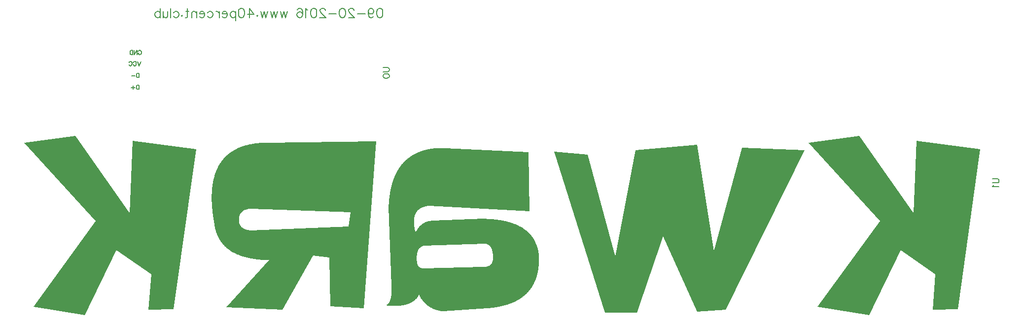
<source format=gbo>
G04 ---------------------------- Layer name :BOTTOM SILK LAYER*
G04 easyEDA 0.1*
G04 Scale: 100 percent, Rotated: No, Reflected: No *
G04 Dimensions in inches *
G04 leading zeros omitted , absolute positions ,2 integer and 4 * 
%FSLAX24Y24*%
%MOIN*%
G90*
G70D02*

%ADD11C,0.008000*%
%ADD12C,0.007000*%

%LPD*%
%LNVIA PAD TRACK COPPERAREA*%

%LPD*%
%LNFill Path*%
G36*
G01X54954Y31683D02*
G01X54954Y31683D01*
G01X58441Y31109D01*
G01X60583Y35519D01*
G01X62921Y33880D01*
G01X62737Y31472D01*
G01X64446Y31528D01*
G01X65958Y42365D01*
G01X61659Y42924D01*
G01X61466Y38010D01*
G01X57796Y43260D01*
G01X54354Y42798D01*
G01X59170Y37491D01*
G01X54954Y31683D01*
G37*
G36*
G01X37159Y42183D02*
G01X37159Y42183D01*
G01X40575Y31289D01*
G01X42745Y31289D01*
G01X44509Y36457D01*
G01X46819Y31346D01*
G01X48766Y31472D01*
G01X54071Y42295D01*
G01X49857Y42448D01*
G01X47954Y35448D01*
G01X46804Y42659D01*
G01X42661Y42280D01*
G01X41289Y35098D01*
G01X39427Y41972D01*
G01X37159Y42183D01*
G37*
G36*
G01X27779Y36722D02*
G01X27779Y36722D01*
G01X27779Y36722D01*
G01X27765Y36774D01*
G01X27752Y36827D01*
G01X27741Y36878D01*
G01X27730Y36929D01*
G01X27720Y36979D01*
G01X27711Y37028D01*
G01X27703Y37076D01*
G01X27695Y37123D01*
G01X27689Y37170D01*
G01X27684Y37216D01*
G01X27679Y37261D01*
G01X27675Y37305D01*
G01X27673Y37349D01*
G01X27671Y37392D01*
G01X27670Y37434D01*
G01X27670Y37475D01*
G01X27671Y37515D01*
G01X27673Y37555D01*
G01X27675Y37594D01*
G01X27679Y37632D01*
G01X27683Y37669D01*
G01X27689Y37706D01*
G01X27695Y37741D01*
G01X27702Y37776D01*
G01X27710Y37810D01*
G01X27719Y37844D01*
G01X27729Y37876D01*
G01X27740Y37908D01*
G01X27752Y37939D01*
G01X27765Y37969D01*
G01X27778Y37998D01*
G01X27793Y38027D01*
G01X27808Y38055D01*
G01X27824Y38082D01*
G01X27841Y38108D01*
G01X27859Y38134D01*
G01X27878Y38158D01*
G01X27898Y38182D01*
G01X27919Y38205D01*
G01X27940Y38228D01*
G01X27963Y38249D01*
G01X27986Y38270D01*
G01X28011Y38290D01*
G01X28036Y38309D01*
G01X28062Y38327D01*
G01X28089Y38345D01*
G01X28117Y38362D01*
G01X28146Y38378D01*
G01X28176Y38393D01*
G01X28206Y38408D01*
G01X28238Y38421D01*
G01X28270Y38434D01*
G01X28304Y38446D01*
G01X28338Y38458D01*
G01X28373Y38468D01*
G01X28409Y38478D01*
G01X28446Y38487D01*
G01X28484Y38495D01*
G01X28523Y38502D01*
G01X28563Y38509D01*
G01X28603Y38515D01*
G01X28645Y38520D01*
G01X28687Y38524D01*
G01X28731Y38528D01*
G01X35493Y38151D01*
G01X35423Y42140D01*
G01X29808Y42434D01*
G01X29808Y42434D01*
G01X29761Y42435D01*
G01X29714Y42436D01*
G01X29668Y42437D01*
G01X29621Y42437D01*
G01X29575Y42437D01*
G01X29529Y42437D01*
G01X29484Y42436D01*
G01X29439Y42435D01*
G01X29394Y42434D01*
G01X29349Y42432D01*
G01X29305Y42430D01*
G01X29261Y42428D01*
G01X29217Y42425D01*
G01X29174Y42422D01*
G01X29130Y42419D01*
G01X29088Y42415D01*
G01X29045Y42411D01*
G01X29003Y42406D01*
G01X28961Y42401D01*
G01X28919Y42396D01*
G01X28878Y42391D01*
G01X28836Y42385D01*
G01X28796Y42378D01*
G01X28755Y42372D01*
G01X28715Y42365D01*
G01X28675Y42358D01*
G01X28635Y42350D01*
G01X28596Y42342D01*
G01X28557Y42334D01*
G01X28518Y42325D01*
G01X28479Y42316D01*
G01X28441Y42307D01*
G01X28403Y42297D01*
G01X28366Y42287D01*
G01X28328Y42277D01*
G01X28291Y42266D01*
G01X28255Y42255D01*
G01X28218Y42243D01*
G01X28182Y42231D01*
G01X28146Y42219D01*
G01X28110Y42207D01*
G01X28075Y42194D01*
G01X28040Y42181D01*
G01X28005Y42167D01*
G01X27971Y42153D01*
G01X27937Y42139D01*
G01X27903Y42124D01*
G01X27869Y42110D01*
G01X27836Y42094D01*
G01X27803Y42079D01*
G01X27770Y42063D01*
G01X27738Y42046D01*
G01X27706Y42030D01*
G01X27674Y42013D01*
G01X27643Y41995D01*
G01X27611Y41977D01*
G01X27580Y41959D01*
G01X27550Y41941D01*
G01X27519Y41922D01*
G01X27489Y41903D01*
G01X27460Y41884D01*
G01X27430Y41864D01*
G01X27401Y41844D01*
G01X27372Y41823D01*
G01X27343Y41802D01*
G01X27315Y41781D01*
G01X27287Y41759D01*
G01X27259Y41738D01*
G01X27232Y41715D01*
G01X27205Y41693D01*
G01X27178Y41670D01*
G01X27151Y41646D01*
G01X27125Y41623D01*
G01X27099Y41599D01*
G01X27073Y41574D01*
G01X27048Y41550D01*
G01X27023Y41525D01*
G01X26998Y41499D01*
G01X26973Y41474D01*
G01X26949Y41447D01*
G01X26925Y41421D01*
G01X26902Y41394D01*
G01X26878Y41367D01*
G01X26855Y41340D01*
G01X26832Y41312D01*
G01X26810Y41284D01*
G01X26788Y41255D01*
G01X26766Y41226D01*
G01X26744Y41197D01*
G01X26723Y41167D01*
G01X26702Y41137D01*
G01X26681Y41107D01*
G01X26661Y41076D01*
G01X26640Y41046D01*
G01X26621Y41014D01*
G01X26601Y40983D01*
G01X26582Y40950D01*
G01X26563Y40918D01*
G01X26544Y40885D01*
G01X26525Y40852D01*
G01X26507Y40819D01*
G01X26490Y40785D01*
G01X26472Y40751D01*
G01X26455Y40717D01*
G01X26438Y40682D01*
G01X26421Y40647D01*
G01X26405Y40611D01*
G01X26389Y40575D01*
G01X26373Y40539D01*
G01X26357Y40503D01*
G01X26342Y40466D01*
G01X26327Y40428D01*
G01X26313Y40391D01*
G01X26298Y40353D01*
G01X26284Y40315D01*
G01X26270Y40276D01*
G01X26257Y40237D01*
G01X26244Y40198D01*
G01X26231Y40158D01*
G01X26218Y40118D01*
G01X26206Y40077D01*
G01X26194Y40037D01*
G01X26182Y39996D01*
G01X26171Y39954D01*
G01X26160Y39912D01*
G01X26149Y39870D01*
G01X26138Y39828D01*
G01X26128Y39785D01*
G01X26118Y39742D01*
G01X26108Y39698D01*
G01X26099Y39654D01*
G01X26090Y39610D01*
G01X26081Y39566D01*
G01X26072Y39521D01*
G01X26064Y39476D01*
G01X26056Y39430D01*
G01X26049Y39384D01*
G01X26041Y39338D01*
G01X26034Y39291D01*
G01X26027Y39244D01*
G01X26021Y39197D01*
G01X26015Y39149D01*
G01X26009Y39101D01*
G01X26003Y39052D01*
G01X25998Y39004D01*
G01X25993Y38955D01*
G01X25988Y38905D01*
G01X25984Y38855D01*
G01X25979Y38805D01*
G01X25976Y38755D01*
G01X25972Y38704D01*
G01X25969Y38653D01*
G01X25966Y38601D01*
G01X25963Y38549D01*
G01X25961Y38497D01*
G01X25958Y38445D01*
G01X26141Y33138D01*
G01X26141Y33138D01*
G01X26146Y33072D01*
G01X26150Y33007D01*
G01X26153Y32945D01*
G01X26155Y32883D01*
G01X26157Y32824D01*
G01X26157Y32766D01*
G01X26156Y32710D01*
G01X26154Y32655D01*
G01X26151Y32601D01*
G01X26147Y32550D01*
G01X26142Y32500D01*
G01X26136Y32451D01*
G01X26129Y32404D01*
G01X26122Y32359D01*
G01X26113Y32315D01*
G01X26103Y32272D01*
G01X26092Y32232D01*
G01X26079Y32193D01*
G01X26066Y32155D01*
G01X26052Y32119D01*
G01X26037Y32085D01*
G01X26021Y32052D01*
G01X26004Y32021D01*
G01X25986Y31991D01*
G01X25967Y31963D01*
G01X25947Y31936D01*
G01X25925Y31911D01*
G01X25903Y31888D01*
G01X25880Y31866D01*
G01X25856Y31846D01*
G01X25830Y31827D01*
G01X25804Y31810D01*
G01X25777Y31794D01*
G01X25749Y31780D01*
G01X25749Y31780D01*
G01X25811Y31773D01*
G01X25872Y31767D01*
G01X25932Y31761D01*
G01X25992Y31756D01*
G01X26051Y31752D01*
G01X26109Y31749D01*
G01X26167Y31746D01*
G01X26223Y31744D01*
G01X26279Y31743D01*
G01X26334Y31742D01*
G01X26388Y31742D01*
G01X26442Y31743D01*
G01X26495Y31745D01*
G01X26547Y31747D01*
G01X26598Y31750D01*
G01X26648Y31754D01*
G01X26697Y31759D01*
G01X26746Y31764D01*
G01X26794Y31770D01*
G01X26841Y31777D01*
G01X26888Y31784D01*
G01X26933Y31793D01*
G01X26978Y31802D01*
G01X27022Y31811D01*
G01X27065Y31822D01*
G01X27108Y31833D01*
G01X27150Y31845D01*
G01X27191Y31858D01*
G01X27231Y31871D01*
G01X27270Y31885D01*
G01X27308Y31900D01*
G01X27346Y31915D01*
G01X27383Y31932D01*
G01X27419Y31949D01*
G01X27455Y31966D01*
G01X27489Y31985D01*
G01X27523Y32004D01*
G01X27556Y32024D01*
G01X27588Y32045D01*
G01X27620Y32066D01*
G01X27651Y32088D01*
G01X27681Y32111D01*
G01X27710Y32135D01*
G01X27738Y32159D01*
G01X27765Y32184D01*
G01X27792Y32210D01*
G01X27818Y32237D01*
G01X27843Y32264D01*
G01X27868Y32292D01*
G01X27891Y32321D01*
G01X27914Y32350D01*
G01X27936Y32380D01*
G01X27957Y32411D01*
G01X27978Y32443D01*
G01X27998Y32475D01*
G01X28017Y32509D01*
G01X28017Y32509D01*
G01X28038Y32465D01*
G01X28060Y32422D01*
G01X28083Y32381D01*
G01X28107Y32340D01*
G01X28131Y32300D01*
G01X28156Y32260D01*
G01X28182Y32222D01*
G01X28208Y32184D01*
G01X28234Y32147D01*
G01X28262Y32112D01*
G01X28290Y32076D01*
G01X28319Y32042D01*
G01X28348Y32009D01*
G01X28378Y31976D01*
G01X28409Y31944D01*
G01X28440Y31913D01*
G01X28472Y31883D01*
G01X28505Y31854D01*
G01X28538Y31826D01*
G01X28572Y31798D01*
G01X28607Y31771D01*
G01X28642Y31745D01*
G01X28678Y31720D01*
G01X28715Y31696D01*
G01X28752Y31673D01*
G01X28790Y31650D01*
G01X28828Y31628D01*
G01X28867Y31607D01*
G01X28907Y31587D01*
G01X28947Y31568D01*
G01X28988Y31550D01*
G01X29030Y31532D01*
G01X29073Y31515D01*
G01X29116Y31499D01*
G01X29159Y31484D01*
G01X29204Y31470D01*
G01X29249Y31457D01*
G01X29294Y31444D01*
G01X29340Y31432D01*
G01X29387Y31421D01*
G01X29435Y31411D01*
G01X29483Y31402D01*
G01X29532Y31394D01*
G01X29582Y31386D01*
G01X29632Y31379D01*
G01X29683Y31374D01*
G01X32623Y31584D01*
G01X32623Y31584D01*
G01X32675Y31588D01*
G01X32726Y31593D01*
G01X32778Y31598D01*
G01X32829Y31603D01*
G01X32879Y31609D01*
G01X32930Y31615D01*
G01X32979Y31621D01*
G01X33029Y31628D01*
G01X33078Y31634D01*
G01X33126Y31642D01*
G01X33175Y31649D01*
G01X33223Y31657D01*
G01X33270Y31665D01*
G01X33317Y31674D01*
G01X33364Y31682D01*
G01X33410Y31691D01*
G01X33456Y31701D01*
G01X33501Y31710D01*
G01X33547Y31720D01*
G01X33591Y31731D01*
G01X33636Y31741D01*
G01X33680Y31752D01*
G01X33723Y31763D01*
G01X33766Y31775D01*
G01X33809Y31787D01*
G01X33851Y31799D01*
G01X33893Y31811D01*
G01X33935Y31824D01*
G01X33976Y31837D01*
G01X34017Y31851D01*
G01X34057Y31864D01*
G01X34097Y31878D01*
G01X34137Y31893D01*
G01X34176Y31907D01*
G01X34215Y31922D01*
G01X34254Y31937D01*
G01X34292Y31953D01*
G01X34329Y31969D01*
G01X34367Y31985D01*
G01X34404Y32001D01*
G01X34440Y32018D01*
G01X34476Y32035D01*
G01X34512Y32053D01*
G01X34547Y32070D01*
G01X34582Y32088D01*
G01X34617Y32107D01*
G01X34651Y32125D01*
G01X34685Y32144D01*
G01X34718Y32163D01*
G01X34751Y32183D01*
G01X34784Y32203D01*
G01X34816Y32223D01*
G01X34848Y32243D01*
G01X34879Y32264D01*
G01X34910Y32285D01*
G01X34941Y32307D01*
G01X34971Y32328D01*
G01X35001Y32350D01*
G01X35030Y32373D01*
G01X35059Y32395D01*
G01X35088Y32418D01*
G01X35116Y32442D01*
G01X35144Y32465D01*
G01X35172Y32489D01*
G01X35199Y32513D01*
G01X35226Y32538D01*
G01X35252Y32562D01*
G01X35278Y32588D01*
G01X35304Y32613D01*
G01X35329Y32639D01*
G01X35353Y32665D01*
G01X35378Y32691D01*
G01X35402Y32718D01*
G01X35425Y32745D01*
G01X35449Y32772D01*
G01X35471Y32800D01*
G01X35494Y32827D01*
G01X35516Y32856D01*
G01X35538Y32884D01*
G01X35559Y32913D01*
G01X35580Y32942D01*
G01X35600Y32971D01*
G01X35620Y33001D01*
G01X35640Y33031D01*
G01X35659Y33062D01*
G01X35678Y33092D01*
G01X35697Y33123D01*
G01X35715Y33154D01*
G01X35733Y33186D01*
G01X35750Y33218D01*
G01X35767Y33250D01*
G01X35783Y33283D01*
G01X35800Y33315D01*
G01X35815Y33349D01*
G01X35831Y33382D01*
G01X35846Y33416D01*
G01X35860Y33450D01*
G01X35875Y33484D01*
G01X35888Y33519D01*
G01X35902Y33554D01*
G01X35915Y33589D01*
G01X35928Y33625D01*
G01X35940Y33661D01*
G01X35952Y33697D01*
G01X35963Y33733D01*
G01X35974Y33770D01*
G01X35985Y33807D01*
G01X35995Y33845D01*
G01X36005Y33882D01*
G01X36015Y33921D01*
G01X36024Y33959D01*
G01X36033Y33998D01*
G01X36041Y34037D01*
G01X36049Y34076D01*
G01X36056Y34115D01*
G01X36064Y34155D01*
G01X36070Y34196D01*
G01X36077Y34236D01*
G01X36083Y34277D01*
G01X36088Y34318D01*
G01X36094Y34360D01*
G01X36098Y34401D01*
G01X36103Y34443D01*
G01X36107Y34486D01*
G01X36111Y34528D01*
G01X36114Y34571D01*
G01X36117Y34615D01*
G01X36119Y34658D01*
G01X36121Y34702D01*
G01X36123Y34747D01*
G01X36124Y34791D01*
G01X36125Y34836D01*
G01X36126Y34881D01*
G01X36126Y34927D01*
G01X36126Y34972D01*
G01X36125Y35018D01*
G01X36124Y35065D01*
G01X36123Y35112D01*
G01X36123Y35112D01*
G01X36119Y35152D01*
G01X36115Y35193D01*
G01X36111Y35233D01*
G01X36107Y35273D01*
G01X36101Y35313D01*
G01X36096Y35352D01*
G01X36090Y35391D01*
G01X36083Y35430D01*
G01X36076Y35468D01*
G01X36069Y35506D01*
G01X36061Y35543D01*
G01X36052Y35581D01*
G01X36043Y35617D01*
G01X36034Y35654D01*
G01X36024Y35690D01*
G01X36014Y35726D01*
G01X36003Y35762D01*
G01X35992Y35797D01*
G01X35980Y35832D01*
G01X35968Y35867D01*
G01X35955Y35901D01*
G01X35942Y35935D01*
G01X35929Y35968D01*
G01X35915Y36002D01*
G01X35900Y36035D01*
G01X35885Y36067D01*
G01X35870Y36099D01*
G01X35854Y36131D01*
G01X35837Y36163D01*
G01X35821Y36194D01*
G01X35803Y36225D01*
G01X35786Y36256D01*
G01X35767Y36286D01*
G01X35749Y36316D01*
G01X35729Y36346D01*
G01X35710Y36375D01*
G01X35690Y36404D01*
G01X35669Y36432D01*
G01X35648Y36461D01*
G01X35626Y36489D01*
G01X35604Y36516D01*
G01X35582Y36543D01*
G01X35559Y36570D01*
G01X35535Y36597D01*
G01X35512Y36623D01*
G01X35487Y36649D01*
G01X35462Y36675D01*
G01X35437Y36700D01*
G01X35411Y36725D01*
G01X35385Y36750D01*
G01X35358Y36774D01*
G01X35331Y36798D01*
G01X35304Y36822D01*
G01X35275Y36845D01*
G01X35247Y36868D01*
G01X35218Y36890D01*
G01X35188Y36913D01*
G01X35158Y36935D01*
G01X35128Y36956D01*
G01X35097Y36978D01*
G01X35066Y36998D01*
G01X35034Y37019D01*
G01X35001Y37039D01*
G01X34969Y37059D01*
G01X34935Y37079D01*
G01X34902Y37098D01*
G01X34867Y37117D01*
G01X34833Y37136D01*
G01X34798Y37154D01*
G01X34762Y37172D01*
G01X34726Y37190D01*
G01X34689Y37207D01*
G01X34652Y37224D01*
G01X34615Y37241D01*
G01X34577Y37257D01*
G01X34539Y37273D01*
G01X34500Y37288D01*
G01X34460Y37304D01*
G01X34421Y37319D01*
G01X34380Y37333D01*
G01X34340Y37348D01*
G01X34298Y37362D01*
G01X34257Y37375D01*
G01X34214Y37388D01*
G01X34172Y37401D01*
G01X34129Y37414D01*
G01X34085Y37426D01*
G01X34041Y37438D01*
G01X33997Y37450D01*
G01X33952Y37461D01*
G01X33906Y37472D01*
G01X33860Y37483D01*
G01X33814Y37493D01*
G01X33767Y37503D01*
G01X33720Y37513D01*
G01X33672Y37522D01*
G01X33624Y37531D01*
G01X33575Y37540D01*
G01X33526Y37548D01*
G01X33476Y37556D01*
G01X33426Y37564D01*
G01X33375Y37571D01*
G01X33324Y37578D01*
G01X33273Y37585D01*
G01X33221Y37591D01*
G01X33168Y37597D01*
G01X33115Y37602D01*
G01X33062Y37608D01*
G01X33008Y37613D01*
G01X32954Y37617D01*
G01X32899Y37622D01*
G01X32844Y37626D01*
G01X32788Y37629D01*
G01X32732Y37633D01*
G01X32675Y37636D01*
G01X32618Y37638D01*
G01X32560Y37641D01*
G01X32502Y37643D01*
G01X32444Y37644D01*
G01X32385Y37646D01*
G01X28955Y37521D01*
G01X28955Y37521D01*
G01X28907Y37518D01*
G01X28861Y37515D01*
G01X28815Y37510D01*
G01X28770Y37503D01*
G01X28725Y37496D01*
G01X28682Y37487D01*
G01X28639Y37477D01*
G01X28597Y37466D01*
G01X28556Y37453D01*
G01X28516Y37439D01*
G01X28476Y37424D01*
G01X28437Y37408D01*
G01X28399Y37390D01*
G01X28362Y37371D01*
G01X28325Y37351D01*
G01X28289Y37329D01*
G01X28255Y37306D01*
G01X28220Y37282D01*
G01X28187Y37257D01*
G01X28154Y37230D01*
G01X28122Y37202D01*
G01X28091Y37173D01*
G01X28061Y37142D01*
G01X28031Y37110D01*
G01X28003Y37077D01*
G01X27975Y37043D01*
G01X27947Y37007D01*
G01X27921Y36970D01*
G01X27895Y36932D01*
G01X27870Y36892D01*
G01X27846Y36852D01*
G01X27823Y36810D01*
G01X27800Y36766D01*
G01X27779Y36722D01*
G37*
G36*
G01X14171Y37324D02*
G01X14171Y37324D01*
G01X14171Y37324D01*
G01X14177Y37282D01*
G01X14183Y37240D01*
G01X14190Y37199D01*
G01X14197Y37158D01*
G01X14205Y37118D01*
G01X14213Y37078D01*
G01X14222Y37038D01*
G01X14231Y36999D01*
G01X14241Y36960D01*
G01X14251Y36921D01*
G01X14262Y36883D01*
G01X14273Y36845D01*
G01X14284Y36808D01*
G01X14296Y36770D01*
G01X14308Y36734D01*
G01X14321Y36697D01*
G01X14334Y36661D01*
G01X14348Y36625D01*
G01X14362Y36590D01*
G01X14377Y36555D01*
G01X14392Y36520D01*
G01X14407Y36486D01*
G01X14423Y36452D01*
G01X14440Y36418D01*
G01X14456Y36385D01*
G01X14474Y36352D01*
G01X14492Y36319D01*
G01X14510Y36287D01*
G01X14528Y36255D01*
G01X14547Y36224D01*
G01X14567Y36192D01*
G01X14587Y36162D01*
G01X14608Y36131D01*
G01X14628Y36101D01*
G01X14650Y36071D01*
G01X14672Y36042D01*
G01X14694Y36013D01*
G01X14717Y35984D01*
G01X14740Y35956D01*
G01X14763Y35928D01*
G01X14788Y35901D01*
G01X14812Y35873D01*
G01X14837Y35846D01*
G01X14862Y35820D01*
G01X14888Y35794D01*
G01X14915Y35768D01*
G01X14942Y35743D01*
G01X14969Y35717D01*
G01X14996Y35693D01*
G01X15025Y35668D01*
G01X15053Y35644D01*
G01X15082Y35621D01*
G01X15112Y35597D01*
G01X15142Y35574D01*
G01X15172Y35552D01*
G01X15203Y35529D01*
G01X15234Y35508D01*
G01X15266Y35486D01*
G01X15298Y35465D01*
G01X15331Y35444D01*
G01X15364Y35424D01*
G01X15398Y35403D01*
G01X15432Y35384D01*
G01X15466Y35364D01*
G01X15501Y35345D01*
G01X15536Y35326D01*
G01X15572Y35308D01*
G01X15608Y35290D01*
G01X15645Y35273D01*
G01X15682Y35255D01*
G01X15720Y35238D01*
G01X15758Y35222D01*
G01X15797Y35206D01*
G01X15836Y35190D01*
G01X15875Y35174D01*
G01X15915Y35159D01*
G01X15955Y35144D01*
G01X15996Y35130D01*
G01X16037Y35116D01*
G01X16079Y35102D01*
G01X16121Y35089D01*
G01X16164Y35076D01*
G01X16207Y35063D01*
G01X16250Y35051D01*
G01X16294Y35039D01*
G01X16339Y35027D01*
G01X16383Y35016D01*
G01X16429Y35005D01*
G01X16474Y34995D01*
G01X16521Y34985D01*
G01X16567Y34975D01*
G01X16614Y34965D01*
G01X16662Y34956D01*
G01X16710Y34948D01*
G01X16758Y34939D01*
G01X16807Y34931D01*
G01X16857Y34923D01*
G01X16907Y34916D01*
G01X16957Y34909D01*
G01X17008Y34903D01*
G01X17059Y34896D01*
G01X17110Y34891D01*
G01X17162Y34885D01*
G01X17215Y34880D01*
G01X17268Y34875D01*
G01X17321Y34871D01*
G01X17375Y34866D01*
G01X17430Y34863D01*
G01X17484Y34859D01*
G01X17540Y34856D01*
G01X17595Y34854D01*
G01X17651Y34851D01*
G01X17708Y34849D01*
G01X17765Y34848D01*
G01X17823Y34846D01*
G01X17881Y34846D01*
G01X14969Y31669D01*
G01X18791Y31486D01*
G01X20849Y35140D01*
G01X21941Y35029D01*
G01X22011Y31738D01*
G01X24279Y31584D01*
G01X25119Y42896D01*
G01X17713Y42798D01*
G01X17713Y42798D01*
G01X17667Y42797D01*
G01X17623Y42796D01*
G01X17578Y42795D01*
G01X17534Y42794D01*
G01X17490Y42792D01*
G01X17446Y42790D01*
G01X17403Y42788D01*
G01X17360Y42786D01*
G01X17317Y42783D01*
G01X17274Y42780D01*
G01X17232Y42777D01*
G01X17190Y42773D01*
G01X17148Y42769D01*
G01X17106Y42765D01*
G01X17065Y42761D01*
G01X17024Y42756D01*
G01X16984Y42752D01*
G01X16943Y42746D01*
G01X16903Y42741D01*
G01X16863Y42735D01*
G01X16824Y42729D01*
G01X16784Y42723D01*
G01X16745Y42717D01*
G01X16706Y42710D01*
G01X16668Y42703D01*
G01X16630Y42696D01*
G01X16592Y42688D01*
G01X16554Y42680D01*
G01X16517Y42672D01*
G01X16480Y42664D01*
G01X16443Y42655D01*
G01X16406Y42646D01*
G01X16370Y42637D01*
G01X16334Y42628D01*
G01X16298Y42618D01*
G01X16263Y42608D01*
G01X16228Y42598D01*
G01X16193Y42587D01*
G01X16158Y42576D01*
G01X16124Y42565D01*
G01X16090Y42554D01*
G01X16056Y42542D01*
G01X16022Y42531D01*
G01X15989Y42518D01*
G01X15956Y42506D01*
G01X15923Y42493D01*
G01X15891Y42480D01*
G01X15859Y42467D01*
G01X15827Y42454D01*
G01X15795Y42440D01*
G01X15764Y42426D01*
G01X15733Y42412D01*
G01X15702Y42397D01*
G01X15672Y42382D01*
G01X15641Y42367D01*
G01X15612Y42352D01*
G01X15582Y42336D01*
G01X15552Y42320D01*
G01X15523Y42304D01*
G01X15494Y42288D01*
G01X15466Y42271D01*
G01X15438Y42254D01*
G01X15410Y42237D01*
G01X15382Y42219D01*
G01X15354Y42201D01*
G01X15327Y42183D01*
G01X15300Y42165D01*
G01X15274Y42146D01*
G01X15247Y42127D01*
G01X15221Y42108D01*
G01X15195Y42089D01*
G01X15170Y42069D01*
G01X15144Y42049D01*
G01X15119Y42029D01*
G01X15095Y42009D01*
G01X15070Y41988D01*
G01X15046Y41967D01*
G01X15022Y41945D01*
G01X14999Y41924D01*
G01X14975Y41902D01*
G01X14952Y41880D01*
G01X14929Y41857D01*
G01X14907Y41835D01*
G01X14885Y41812D01*
G01X14863Y41789D01*
G01X14841Y41765D01*
G01X14819Y41742D01*
G01X14798Y41718D01*
G01X14777Y41693D01*
G01X14757Y41669D01*
G01X14737Y41644D01*
G01X14716Y41619D01*
G01X14697Y41593D01*
G01X14677Y41568D01*
G01X14658Y41542D01*
G01X14639Y41516D01*
G01X14620Y41489D01*
G01X14602Y41463D01*
G01X14584Y41436D01*
G01X14566Y41409D01*
G01X14548Y41381D01*
G01X14531Y41353D01*
G01X14514Y41325D01*
G01X14497Y41297D01*
G01X14481Y41268D01*
G01X14465Y41239D01*
G01X14449Y41210D01*
G01X14433Y41181D01*
G01X14418Y41151D01*
G01X14403Y41121D01*
G01X14388Y41091D01*
G01X14373Y41061D01*
G01X14359Y41030D01*
G01X14345Y40999D01*
G01X14331Y40968D01*
G01X14318Y40936D01*
G01X14305Y40904D01*
G01X14292Y40872D01*
G01X14279Y40840D01*
G01X14267Y40807D01*
G01X14255Y40774D01*
G01X14243Y40741D01*
G01X14231Y40708D01*
G01X14220Y40674D01*
G01X14209Y40640D01*
G01X14199Y40606D01*
G01X14188Y40571D01*
G01X14178Y40536D01*
G01X14168Y40501D01*
G01X14158Y40466D01*
G01X14149Y40430D01*
G01X14140Y40395D01*
G01X14131Y40358D01*
G01X14123Y40322D01*
G01X14115Y40285D01*
G01X14107Y40248D01*
G01X14099Y40211D01*
G01X14092Y40174D01*
G01X14085Y40136D01*
G01X14078Y40098D01*
G01X14071Y40060D01*
G01X14065Y40021D01*
G01X14059Y39982D01*
G01X14053Y39943D01*
G01X14048Y39904D01*
G01X14042Y39864D01*
G01X14037Y39824D01*
G01X14033Y39784D01*
G01X14028Y39744D01*
G01X14024Y39703D01*
G01X14021Y39662D01*
G01X14017Y39621D01*
G01X14014Y39579D01*
G01X14011Y39537D01*
G01X14008Y39495D01*
G01X14006Y39453D01*
G01X14003Y39410D01*
G01X14002Y39368D01*
G01X14000Y39324D01*
G01X13999Y39281D01*
G01X13998Y39237D01*
G01X13997Y39193D01*
G01X13996Y39149D01*
G01X13996Y39105D01*
G01X13996Y39060D01*
G01X13996Y39015D01*
G01X13997Y38970D01*
G01X13998Y38924D01*
G01X13999Y38878D01*
G01X14000Y38832D01*
G01X14002Y38786D01*
G01X14004Y38739D01*
G01X14006Y38692D01*
G01X14009Y38645D01*
G01X14011Y38598D01*
G01X14015Y38550D01*
G01X14018Y38502D01*
G01X14021Y38454D01*
G01X14025Y38405D01*
G01X14030Y38356D01*
G01X14034Y38307D01*
G01X14039Y38258D01*
G01X14044Y38208D01*
G01X14049Y38158D01*
G01X14054Y38108D01*
G01X14060Y38058D01*
G01X14066Y38007D01*
G01X14073Y37956D01*
G01X14079Y37905D01*
G01X14086Y37853D01*
G01X14093Y37802D01*
G01X14101Y37750D01*
G01X14109Y37697D01*
G01X14117Y37645D01*
G01X14125Y37592D01*
G01X14134Y37539D01*
G01X14142Y37485D01*
G01X14151Y37432D01*
G01X14161Y37378D01*
G01X14171Y37324D01*
G37*
G36*
G01X1934Y31683D02*
G01X1934Y31683D01*
G01X5421Y31109D01*
G01X7563Y35519D01*
G01X9901Y33880D01*
G01X9719Y31472D01*
G01X11427Y31528D01*
G01X12938Y42365D01*
G01X8641Y42924D01*
G01X8444Y38010D01*
G01X4777Y43260D01*
G01X1332Y42798D01*
G01X6149Y37491D01*
G01X1934Y31683D01*
G37*

%LPC*%
%LNFill Path*%
G36*
G01X32455Y35966D02*
G01X32455Y35966D01*
G01X32455Y35966D01*
G01X32493Y35964D01*
G01X32529Y35959D01*
G01X32565Y35952D01*
G01X32599Y35943D01*
G01X32632Y35931D01*
G01X32663Y35917D01*
G01X32693Y35901D01*
G01X32722Y35882D01*
G01X32750Y35861D01*
G01X32776Y35837D01*
G01X32801Y35811D01*
G01X32824Y35783D01*
G01X32847Y35752D01*
G01X32867Y35719D01*
G01X32887Y35684D01*
G01X32905Y35646D01*
G01X32922Y35606D01*
G01X32938Y35564D01*
G01X32952Y35519D01*
G01X32965Y35472D01*
G01X32976Y35422D01*
G01X32987Y35370D01*
G01X32996Y35316D01*
G01X33003Y35260D01*
G01X33010Y35201D01*
G01X33015Y35140D01*
G01X33015Y35140D01*
G01X33016Y35091D01*
G01X33017Y35043D01*
G01X33015Y34997D01*
G01X33013Y34953D01*
G01X33008Y34911D01*
G01X33002Y34870D01*
G01X32995Y34831D01*
G01X32986Y34793D01*
G01X32975Y34757D01*
G01X32963Y34723D01*
G01X32949Y34691D01*
G01X32934Y34660D01*
G01X32917Y34630D01*
G01X32899Y34603D01*
G01X32879Y34576D01*
G01X32857Y34552D01*
G01X32834Y34529D01*
G01X32809Y34508D01*
G01X32783Y34488D01*
G01X32755Y34471D01*
G01X32726Y34454D01*
G01X32695Y34440D01*
G01X32663Y34427D01*
G01X32629Y34415D01*
G01X32593Y34406D01*
G01X32556Y34398D01*
G01X32517Y34391D01*
G01X32477Y34386D01*
G01X32435Y34383D01*
G01X32392Y34382D01*
G01X32347Y34382D01*
G01X32301Y34384D01*
G01X28339Y34300D01*
G01X28339Y34300D01*
G01X28297Y34297D01*
G01X28258Y34298D01*
G01X28221Y34301D01*
G01X28185Y34308D01*
G01X28152Y34316D01*
G01X28120Y34328D01*
G01X28090Y34342D01*
G01X28062Y34359D01*
G01X28035Y34379D01*
G01X28011Y34401D01*
G01X27988Y34426D01*
G01X27968Y34454D01*
G01X27949Y34485D01*
G01X27932Y34518D01*
G01X27916Y34554D01*
G01X27903Y34592D01*
G01X27891Y34634D01*
G01X27882Y34678D01*
G01X27874Y34725D01*
G01X27868Y34774D01*
G01X27864Y34826D01*
G01X27862Y34881D01*
G01X27861Y34939D01*
G01X27863Y35000D01*
G01X27863Y35000D01*
G01X27863Y35060D01*
G01X27866Y35119D01*
G01X27870Y35175D01*
G01X27876Y35229D01*
G01X27884Y35280D01*
G01X27893Y35330D01*
G01X27904Y35377D01*
G01X27917Y35421D01*
G01X27931Y35464D01*
G01X27948Y35504D01*
G01X27965Y35542D01*
G01X27985Y35578D01*
G01X28006Y35611D01*
G01X28029Y35642D01*
G01X28054Y35670D01*
G01X28080Y35697D01*
G01X28108Y35721D01*
G01X28138Y35743D01*
G01X28170Y35762D01*
G01X28203Y35779D01*
G01X28238Y35794D01*
G01X28274Y35807D01*
G01X28313Y35817D01*
G01X28352Y35826D01*
G01X32455Y35966D01*
G37*
G36*
G01X23397Y38095D02*
G01X23397Y38095D01*
G01X23243Y37128D01*
G01X16649Y36848D01*
G01X16649Y36848D01*
G01X16593Y36855D01*
G01X16539Y36863D01*
G01X16487Y36873D01*
G01X16437Y36884D01*
G01X16389Y36897D01*
G01X16343Y36910D01*
G01X16299Y36925D01*
G01X16257Y36942D01*
G01X16217Y36959D01*
G01X16179Y36978D01*
G01X16143Y36999D01*
G01X16109Y37020D01*
G01X16077Y37043D01*
G01X16047Y37067D01*
G01X16019Y37093D01*
G01X15992Y37120D01*
G01X15968Y37148D01*
G01X15946Y37177D01*
G01X15926Y37208D01*
G01X15908Y37240D01*
G01X15892Y37273D01*
G01X15878Y37308D01*
G01X15866Y37344D01*
G01X15856Y37381D01*
G01X15847Y37420D01*
G01X15841Y37460D01*
G01X15837Y37501D01*
G01X15835Y37544D01*
G01X15835Y37587D01*
G01X15837Y37633D01*
G01X15837Y37633D01*
G01X15840Y37677D01*
G01X15845Y37721D01*
G01X15852Y37763D01*
G01X15861Y37803D01*
G01X15872Y37842D01*
G01X15884Y37879D01*
G01X15897Y37915D01*
G01X15913Y37949D01*
G01X15930Y37982D01*
G01X15949Y38013D01*
G01X15969Y38043D01*
G01X15991Y38071D01*
G01X16015Y38098D01*
G01X16040Y38123D01*
G01X16068Y38146D01*
G01X16096Y38168D01*
G01X16127Y38189D01*
G01X16159Y38208D01*
G01X16193Y38225D01*
G01X16229Y38241D01*
G01X16266Y38256D01*
G01X16305Y38269D01*
G01X16345Y38280D01*
G01X16388Y38290D01*
G01X16432Y38298D01*
G01X16477Y38305D01*
G01X16524Y38311D01*
G01X16573Y38314D01*
G01X16624Y38317D01*
G01X16677Y38318D01*
G01X23397Y38095D01*
G37*

%LPD*%
%LNTEXT FillPath END*%
G54D11*
G01X9032Y48980D02*
G01X9044Y49008D01*
G01X9072Y49035D01*
G01X9099Y49049D01*
G01X9152Y49049D01*
G01X9182Y49035D01*
G01X9209Y49008D01*
G01X9222Y48980D01*
G01X9236Y48940D01*
G01X9236Y48871D01*
G01X9222Y48830D01*
G01X9209Y48803D01*
G01X9182Y48776D01*
G01X9152Y48762D01*
G01X9099Y48762D01*
G01X9072Y48776D01*
G01X9044Y48803D01*
G01X9032Y48830D01*
G01X9032Y48871D01*
G01X9099Y48871D02*
G01X9032Y48871D01*
G01X8940Y49049D02*
G01X8940Y48762D01*
G01X8940Y49049D02*
G01X8749Y48762D01*
G01X8749Y49049D02*
G01X8749Y48762D01*
G01X8661Y49049D02*
G01X8661Y48762D01*
G01X8661Y49049D02*
G01X8562Y49049D01*
G01X8522Y49035D01*
G01X8497Y49008D01*
G01X8483Y48980D01*
G01X8469Y48940D01*
G01X8469Y48871D01*
G01X8483Y48830D01*
G01X8497Y48803D01*
G01X8522Y48776D01*
G01X8562Y48762D01*
G01X8661Y48762D01*
G01X9207Y48291D02*
G01X9097Y48004D01*
G01X8990Y48291D02*
G01X9097Y48004D01*
G01X8694Y48222D02*
G01X8707Y48250D01*
G01X8734Y48277D01*
G01X8763Y48291D01*
G01X8818Y48291D01*
G01X8844Y48277D01*
G01X8871Y48250D01*
G01X8884Y48222D01*
G01X8900Y48182D01*
G01X8900Y48113D01*
G01X8884Y48072D01*
G01X8871Y48045D01*
G01X8844Y48018D01*
G01X8818Y48004D01*
G01X8763Y48004D01*
G01X8734Y48018D01*
G01X8707Y48045D01*
G01X8694Y48072D01*
G01X8401Y48222D02*
G01X8413Y48250D01*
G01X8441Y48277D01*
G01X8469Y48291D01*
G01X8521Y48291D01*
G01X8551Y48277D01*
G01X8578Y48250D01*
G01X8591Y48222D01*
G01X8605Y48182D01*
G01X8605Y48113D01*
G01X8591Y48072D01*
G01X8578Y48045D01*
G01X8551Y48018D01*
G01X8521Y48004D01*
G01X8469Y48004D01*
G01X8441Y48018D01*
G01X8413Y48045D01*
G01X8401Y48072D01*
G01X9093Y47500D02*
G01X9093Y47213D01*
G01X9093Y47500D02*
G01X8997Y47500D01*
G01X8957Y47486D01*
G01X8930Y47459D01*
G01X8918Y47431D01*
G01X8905Y47391D01*
G01X8905Y47322D01*
G01X8918Y47281D01*
G01X8930Y47254D01*
G01X8957Y47227D01*
G01X8997Y47213D01*
G01X9093Y47213D01*
G01X8813Y47336D02*
G01X8568Y47336D01*
G01X9093Y46701D02*
G01X9093Y46414D01*
G01X9093Y46701D02*
G01X8999Y46701D01*
G01X8957Y46687D01*
G01X8929Y46660D01*
G01X8916Y46632D01*
G01X8902Y46592D01*
G01X8902Y46523D01*
G01X8916Y46482D01*
G01X8929Y46455D01*
G01X8957Y46428D01*
G01X8999Y46414D01*
G01X9093Y46414D01*
G01X8688Y46660D02*
G01X8688Y46414D01*
G01X8813Y46537D02*
G01X8566Y46537D01*
G01X25388Y51889D02*
G01X25476Y51860D01*
G01X25535Y51773D01*
G01X25564Y51625D01*
G01X25564Y51535D01*
G01X25535Y51387D01*
G01X25476Y51300D01*
G01X25388Y51271D01*
G01X25329Y51271D01*
G01X25239Y51300D01*
G01X25180Y51387D01*
G01X25151Y51535D01*
G01X25151Y51625D01*
G01X25180Y51773D01*
G01X25239Y51860D01*
G01X25329Y51889D01*
G01X25388Y51889D01*
G01X24572Y51685D02*
G01X24602Y51596D01*
G01X24660Y51535D01*
G01X24750Y51505D01*
G01X24779Y51505D01*
G01X24867Y51535D01*
G01X24927Y51596D01*
G01X24955Y51685D01*
G01X24955Y51712D01*
G01X24927Y51800D01*
G01X24867Y51860D01*
G01X24779Y51889D01*
G01X24750Y51889D01*
G01X24660Y51860D01*
G01X24602Y51800D01*
G01X24572Y51685D01*
G01X24572Y51535D01*
G01X24602Y51387D01*
G01X24660Y51300D01*
G01X24750Y51271D01*
G01X24808Y51271D01*
G01X24897Y51300D01*
G01X24927Y51360D01*
G01X24377Y51535D02*
G01X23845Y51535D01*
G01X23620Y51742D02*
G01X23620Y51773D01*
G01X23591Y51830D01*
G01X23561Y51860D01*
G01X23502Y51889D01*
G01X23385Y51889D01*
G01X23325Y51860D01*
G01X23295Y51830D01*
G01X23266Y51773D01*
G01X23266Y51712D01*
G01X23295Y51652D01*
G01X23354Y51564D01*
G01X23650Y51271D01*
G01X23236Y51271D01*
G01X22864Y51889D02*
G01X22952Y51860D01*
G01X23011Y51773D01*
G01X23041Y51625D01*
G01X23041Y51535D01*
G01X23011Y51387D01*
G01X22952Y51300D01*
G01X22864Y51271D01*
G01X22804Y51271D01*
G01X22716Y51300D01*
G01X22657Y51387D01*
G01X22627Y51535D01*
G01X22627Y51625D01*
G01X22657Y51773D01*
G01X22716Y51860D01*
G01X22804Y51889D01*
G01X22864Y51889D01*
G01X22432Y51535D02*
G01X21901Y51535D01*
G01X21676Y51742D02*
G01X21676Y51773D01*
G01X21647Y51830D01*
G01X21617Y51860D01*
G01X21558Y51889D01*
G01X21439Y51889D01*
G01X21380Y51860D01*
G01X21351Y51830D01*
G01X21322Y51773D01*
G01X21322Y51712D01*
G01X21351Y51652D01*
G01X21410Y51564D01*
G01X21705Y51271D01*
G01X21292Y51271D01*
G01X20920Y51889D02*
G01X21008Y51860D01*
G01X21067Y51773D01*
G01X21098Y51625D01*
G01X21098Y51535D01*
G01X21067Y51387D01*
G01X21008Y51300D01*
G01X20920Y51271D01*
G01X20860Y51271D01*
G01X20773Y51300D01*
G01X20713Y51387D01*
G01X20683Y51535D01*
G01X20683Y51625D01*
G01X20713Y51773D01*
G01X20773Y51860D01*
G01X20860Y51889D01*
G01X20920Y51889D01*
G01X20488Y51773D02*
G01X20429Y51800D01*
G01X20341Y51889D01*
G01X20341Y51271D01*
G01X19791Y51800D02*
G01X19820Y51860D01*
G01X19910Y51889D01*
G01X19969Y51889D01*
G01X20057Y51860D01*
G01X20116Y51773D01*
G01X20145Y51625D01*
G01X20145Y51475D01*
G01X20116Y51360D01*
G01X20057Y51300D01*
G01X19969Y51271D01*
G01X19939Y51271D01*
G01X19850Y51300D01*
G01X19791Y51360D01*
G01X19761Y51448D01*
G01X19761Y51475D01*
G01X19791Y51564D01*
G01X19850Y51625D01*
G01X19939Y51652D01*
G01X19969Y51652D01*
G01X20057Y51625D01*
G01X20116Y51564D01*
G01X20145Y51475D01*
G01X19111Y51685D02*
G01X18994Y51271D01*
G01X18875Y51685D02*
G01X18994Y51271D01*
G01X18875Y51685D02*
G01X18757Y51271D01*
G01X18639Y51685D02*
G01X18757Y51271D01*
G01X18444Y51685D02*
G01X18325Y51271D01*
G01X18207Y51685D02*
G01X18325Y51271D01*
G01X18207Y51685D02*
G01X18089Y51271D01*
G01X17972Y51685D02*
G01X18089Y51271D01*
G01X17776Y51685D02*
G01X17658Y51271D01*
G01X17539Y51685D02*
G01X17658Y51271D01*
G01X17539Y51685D02*
G01X17422Y51271D01*
G01X17302Y51685D02*
G01X17422Y51271D01*
G01X17079Y51417D02*
G01X17108Y51387D01*
G01X17079Y51360D01*
G01X17050Y51387D01*
G01X17079Y51417D01*
G01X16560Y51889D02*
G01X16854Y51475D01*
G01X16411Y51475D01*
G01X16560Y51889D02*
G01X16560Y51271D01*
G01X16040Y51889D02*
G01X16128Y51860D01*
G01X16186Y51773D01*
G01X16216Y51625D01*
G01X16216Y51535D01*
G01X16186Y51387D01*
G01X16128Y51300D01*
G01X16040Y51271D01*
G01X15979Y51271D01*
G01X15891Y51300D01*
G01X15832Y51387D01*
G01X15803Y51535D01*
G01X15803Y51625D01*
G01X15832Y51773D01*
G01X15891Y51860D01*
G01X15979Y51889D01*
G01X16040Y51889D01*
G01X15607Y51685D02*
G01X15607Y51062D01*
G01X15607Y51596D02*
G01X15547Y51652D01*
G01X15490Y51685D01*
G01X15400Y51685D01*
G01X15341Y51652D01*
G01X15282Y51596D01*
G01X15253Y51505D01*
G01X15253Y51448D01*
G01X15282Y51360D01*
G01X15341Y51300D01*
G01X15400Y51271D01*
G01X15490Y51271D01*
G01X15547Y51300D01*
G01X15607Y51360D01*
G01X15059Y51505D02*
G01X14703Y51505D01*
G01X14703Y51564D01*
G01X14734Y51625D01*
G01X14763Y51652D01*
G01X14822Y51685D01*
G01X14910Y51685D01*
G01X14969Y51652D01*
G01X15028Y51596D01*
G01X15059Y51505D01*
G01X15059Y51448D01*
G01X15028Y51360D01*
G01X14969Y51300D01*
G01X14910Y51271D01*
G01X14822Y51271D01*
G01X14763Y51300D01*
G01X14703Y51360D01*
G01X14509Y51685D02*
G01X14509Y51271D01*
G01X14509Y51505D02*
G01X14479Y51596D01*
G01X14419Y51652D01*
G01X14360Y51685D01*
G01X14272Y51685D01*
G01X13722Y51596D02*
G01X13780Y51652D01*
G01X13841Y51685D01*
G01X13929Y51685D01*
G01X13988Y51652D01*
G01X14047Y51596D01*
G01X14078Y51505D01*
G01X14078Y51448D01*
G01X14047Y51360D01*
G01X13988Y51300D01*
G01X13929Y51271D01*
G01X13841Y51271D01*
G01X13780Y51300D01*
G01X13722Y51360D01*
G01X13528Y51505D02*
G01X13172Y51505D01*
G01X13172Y51564D01*
G01X13203Y51625D01*
G01X13232Y51652D01*
G01X13291Y51685D01*
G01X13379Y51685D01*
G01X13440Y51652D01*
G01X13497Y51596D01*
G01X13528Y51505D01*
G01X13528Y51448D01*
G01X13497Y51360D01*
G01X13440Y51300D01*
G01X13379Y51271D01*
G01X13291Y51271D01*
G01X13232Y51300D01*
G01X13172Y51360D01*
G01X12978Y51685D02*
G01X12978Y51271D01*
G01X12978Y51564D02*
G01X12890Y51652D01*
G01X12829Y51685D01*
G01X12741Y51685D01*
G01X12683Y51652D01*
G01X12653Y51564D01*
G01X12653Y51271D01*
G01X12366Y51889D02*
G01X12366Y51387D01*
G01X12340Y51300D01*
G01X12279Y51271D01*
G01X12222Y51271D01*
G01X12459Y51685D02*
G01X12252Y51685D01*
G01X11996Y51417D02*
G01X12027Y51387D01*
G01X11996Y51360D01*
G01X11966Y51387D01*
G01X11996Y51417D01*
G01X11416Y51596D02*
G01X11477Y51652D01*
G01X11535Y51685D01*
G01X11622Y51685D01*
G01X11684Y51652D01*
G01X11741Y51596D01*
G01X11771Y51505D01*
G01X11771Y51448D01*
G01X11741Y51360D01*
G01X11684Y51300D01*
G01X11622Y51271D01*
G01X11535Y51271D01*
G01X11477Y51300D01*
G01X11416Y51360D01*
G01X11222Y51889D02*
G01X11222Y51271D01*
G01X11028Y51685D02*
G01X11028Y51387D01*
G01X10997Y51300D01*
G01X10938Y51271D01*
G01X10847Y51271D01*
G01X10790Y51300D01*
G01X10703Y51387D01*
G01X10703Y51685D02*
G01X10703Y51271D01*
G01X10508Y51889D02*
G01X10508Y51271D01*
G01X10508Y51596D02*
G01X10447Y51652D01*
G01X10388Y51685D01*
G01X10301Y51685D01*
G01X10241Y51652D01*
G01X10183Y51596D01*
G01X10153Y51505D01*
G01X10153Y51448D01*
G01X10183Y51360D01*
G01X10241Y51300D01*
G01X10301Y51271D01*
G01X10388Y51271D01*
G01X10447Y51300D01*
G01X10508Y51360D01*
G54D12*
G01X25577Y47880D02*
G01X25889Y47880D01*
G01X25952Y47856D01*
G01X25989Y47818D01*
G01X26014Y47756D01*
G01X26014Y47717D01*
G01X25989Y47655D01*
G01X25952Y47617D01*
G01X25889Y47593D01*
G01X25577Y47593D01*
G01X25577Y47331D02*
G01X25602Y47393D01*
G01X25664Y47442D01*
G01X25764Y47456D01*
G01X25827Y47456D01*
G01X25927Y47442D01*
G01X25989Y47393D01*
G01X26014Y47331D01*
G01X26014Y47293D01*
G01X25989Y47231D01*
G01X25927Y47193D01*
G01X25827Y47168D01*
G01X25764Y47168D01*
G01X25664Y47193D01*
G01X25602Y47231D01*
G01X25577Y47293D01*
G01X25577Y47331D01*
G01X66795Y40360D02*
G01X67107Y40360D01*
G01X67169Y40337D01*
G01X67208Y40297D01*
G01X67230Y40235D01*
G01X67230Y40197D01*
G01X67208Y40135D01*
G01X67169Y40097D01*
G01X67107Y40072D01*
G01X66795Y40072D01*
G01X66882Y39937D02*
G01X66858Y39897D01*
G01X66795Y39835D01*
G01X67230Y39835D01*

M00*
M02*
</source>
